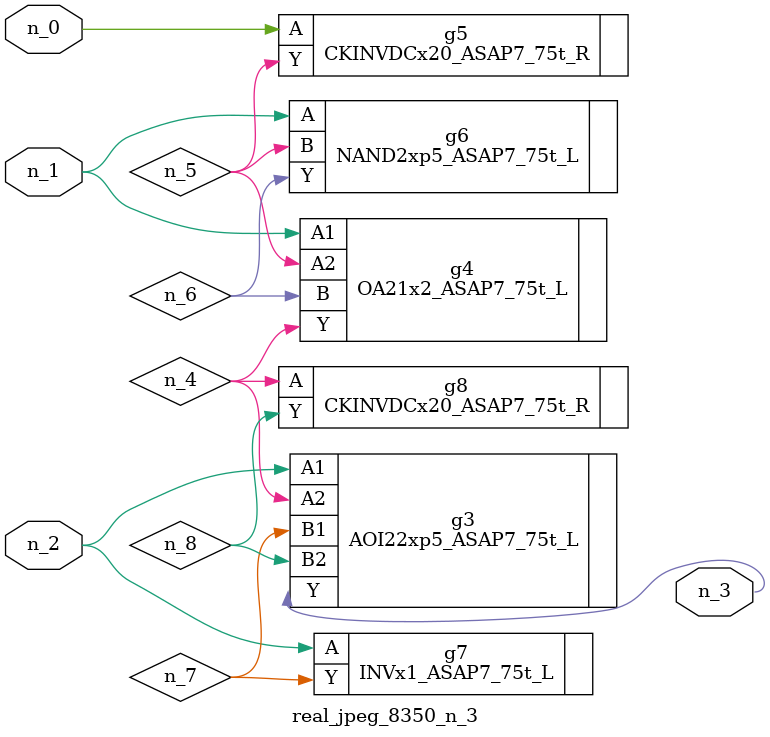
<source format=v>
module real_jpeg_8350_n_3 (n_1, n_0, n_2, n_3);

input n_1;
input n_0;
input n_2;

output n_3;

wire n_5;
wire n_4;
wire n_8;
wire n_6;
wire n_7;

CKINVDCx20_ASAP7_75t_R g5 ( 
.A(n_0),
.Y(n_5)
);

OA21x2_ASAP7_75t_L g4 ( 
.A1(n_1),
.A2(n_5),
.B(n_6),
.Y(n_4)
);

NAND2xp5_ASAP7_75t_L g6 ( 
.A(n_1),
.B(n_5),
.Y(n_6)
);

AOI22xp5_ASAP7_75t_L g3 ( 
.A1(n_2),
.A2(n_4),
.B1(n_7),
.B2(n_8),
.Y(n_3)
);

INVx1_ASAP7_75t_L g7 ( 
.A(n_2),
.Y(n_7)
);

CKINVDCx20_ASAP7_75t_R g8 ( 
.A(n_4),
.Y(n_8)
);


endmodule
</source>
